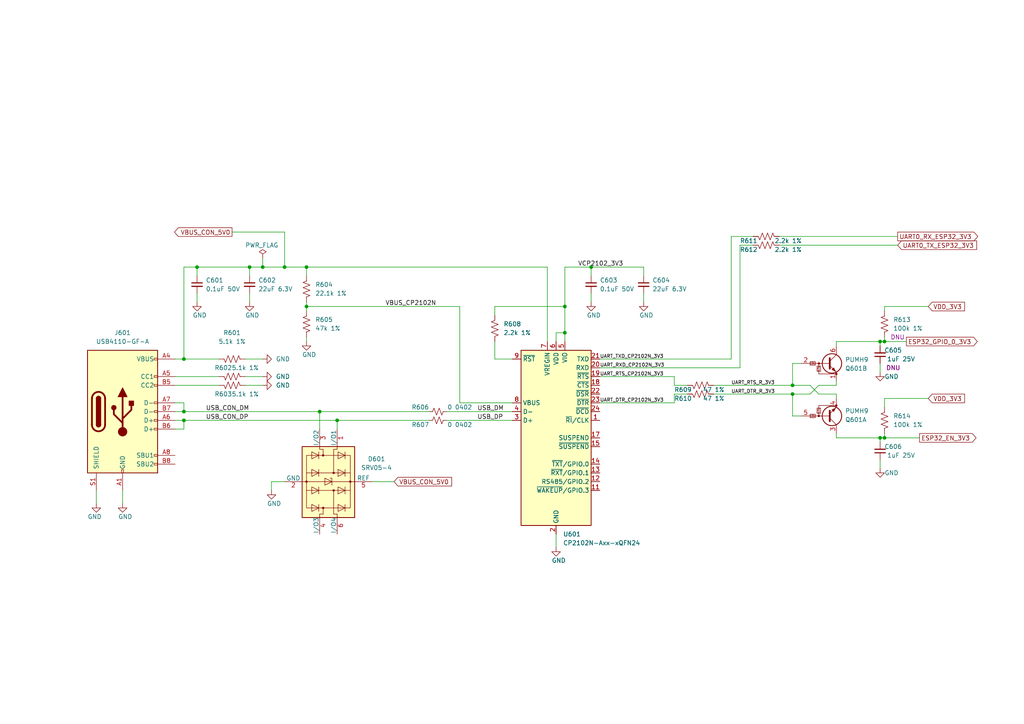
<source format=kicad_sch>
(kicad_sch (version 20211123) (generator eeschema)
  (paper "A4")
  (lib_symbols
    (symbol "Device:C_Small" (pin_numbers hide) (pin_names (offset 0.254) hide)
      (property "Reference" "C" (at 0.254 1.778 0))
      (property "Value" "C_Small" (at 0.254 -2.032 0))
      (symbol "C_Small_0_1"
        (polyline (pts (xy -1.524 -0.508) (xy 1.524 -0.508)) (stroke (width 0.3302)))
        (polyline (pts (xy -1.524 0.508) (xy 1.524 0.508)) (stroke (width 0.3048)))
      )
      (symbol "C_Small_1_1"
        (pin passive line (at 0 2.54 270) (length 2.032) (name "~") (number "1"))
        (pin passive line (at 0 -2.54 90) (length 2.032) (name "~") (number "2"))
      )
    )
    (symbol "Device:R_Small_US" (pin_numbers hide) (pin_names (offset 0.254) hide)
      (property "Reference" "R" (at 0.762 0.508 0))
      (property "Value" "R_Small_US" (at 0.762 -1.016 0))
      (symbol "R_Small_US_1_1"
        (polyline (pts (xy 0 0) (xy 1.016 -0.381) (xy 0 -0.762) (xy -1.016 -1.143) (xy 0 -1.524)))
        (polyline (pts (xy 0 1.524) (xy 1.016 1.143) (xy 0 0.762) (xy -1.016 0.381) (xy 0 0)))
        (pin passive line (at 0 2.54 270) (length 1.016) (name "~") (number "1"))
        (pin passive line (at 0 -2.54 90) (length 1.016) (name "~") (number "2"))
      )
    )
    (symbol "Device:R_US" (pin_numbers hide) (pin_names (offset 0))
      (property "Reference" "R" (at 2.54 0 90))
      (property "Value" "R_US" (at -2.54 0 90))
      (symbol "R_US_0_1"
        (polyline (pts (xy 0 -2.286) (xy 0 -2.54)))
        (polyline (pts (xy 0 2.286) (xy 0 2.54)))
        (polyline (pts (xy 0 -0.762) (xy 1.016 -1.143) (xy 0 -1.524) (xy -1.016 -1.905) (xy 0 -2.286)))
        (polyline (pts (xy 0 0.762) (xy 1.016 0.381) (xy 0 0) (xy -1.016 -0.381) (xy 0 -0.762)))
        (polyline (pts (xy 0 2.286) (xy 1.016 1.905) (xy 0 1.524) (xy -1.016 1.143) (xy 0 0.762)))
      )
      (symbol "R_US_1_1"
        (pin passive line (at 0 3.81 270) (length 1.27) (name "~") (number "1"))
        (pin passive line (at 0 -3.81 90) (length 1.27) (name "~") (number "2"))
      )
    )
    (symbol "Interface_USB:CP2102N-Axx-xQFN24"
      (property "Reference" "U" (at -8.89 26.67 0))
      (property "Value" "CP2102N-Axx-xQFN24" (at 13.97 26.67 0))
      (symbol "CP2102N-Axx-xQFN24_0_1"
        (rectangle (start -10.16 25.4) (end 10.16 -25.4) (stroke (width 0.254)) (fill (type background)))
      )
      (symbol "CP2102N-Axx-xQFN24_1_1"
        (pin bidirectional line (at 12.7 5.08 180) (length 2.54) (name "~{RI}/CLK") (number "1"))
        (pin no_connect line (at -10.16 -22.86 0) (length 2.54) hide (name "NC") (number "10"))
        (pin bidirectional line (at 12.7 -15.24 180) (length 2.54) (name "~{WAKEUP}/GPIO.3") (number "11"))
        (pin bidirectional line (at 12.7 -12.7 180) (length 2.54) (name "RS485/GPIO.2") (number "12"))
        (pin bidirectional line (at 12.7 -10.16 180) (length 2.54) (name "~{RXT}/GPIO.1") (number "13"))
        (pin bidirectional line (at 12.7 -7.62 180) (length 2.54) (name "~{TXT}/GPIO.0") (number "14"))
        (pin output line (at 12.7 -2.54 180) (length 2.54) (name "~{SUSPEND}") (number "15"))
        (pin no_connect line (at 10.16 -22.86 180) (length 2.54) hide (name "NC") (number "16"))
        (pin output line (at 12.7 0 180) (length 2.54) (name "SUSPEND") (number "17"))
        (pin input line (at 12.7 15.24 180) (length 2.54) (name "~{CTS}") (number "18"))
        (pin output line (at 12.7 17.78 180) (length 2.54) (name "~{RTS}") (number "19"))
        (pin power_in line (at 0 -27.94 90) (length 2.54) (name "GND") (number "2"))
        (pin input line (at 12.7 20.32 180) (length 2.54) (name "RXD") (number "20"))
        (pin output line (at 12.7 22.86 180) (length 2.54) (name "TXD") (number "21"))
        (pin input line (at 12.7 12.7 180) (length 2.54) (name "~{DSR}") (number "22"))
        (pin output line (at 12.7 10.16 180) (length 2.54) (name "~{DTR}") (number "23"))
        (pin input line (at 12.7 7.62 180) (length 2.54) (name "~{DCD}") (number "24"))
        (pin passive line (at 0 -27.94 90) (length 2.54) hide (name "GND") (number "25"))
        (pin bidirectional line (at -12.7 5.08 0) (length 2.54) (name "D+") (number "3"))
        (pin bidirectional line (at -12.7 7.62 0) (length 2.54) (name "D-") (number "4"))
        (pin power_in line (at 2.54 27.94 270) (length 2.54) (name "VIO") (number "5"))
        (pin power_in line (at 0 27.94 270) (length 2.54) (name "VDD") (number "6"))
        (pin power_in line (at -2.54 27.94 270) (length 2.54) (name "VREGIN") (number "7"))
        (pin input line (at -12.7 10.16 0) (length 2.54) (name "VBUS") (number "8"))
        (pin input line (at -12.7 22.86 0) (length 2.54) (name "~{RST}") (number "9"))
      )
    )
    (symbol "RK_Connector_USB:USB4110-GF-A" (pin_names (offset 1.016))
      (property "Reference" "J" (at -10.16 19.05 0))
      (property "Value" "USB4110-GF-A" (at 19.05 19.05 0))
      (symbol "USB4110-GF-A_0_0"
        (rectangle (start -0.254 -17.78) (end 0.254 -16.764))
        (rectangle (start 10.16 -14.986) (end 9.144 -15.494))
        (rectangle (start 10.16 -12.446) (end 9.144 -12.954))
        (rectangle (start 10.16 -4.826) (end 9.144 -5.334))
        (rectangle (start 10.16 -2.286) (end 9.144 -2.794))
        (rectangle (start 10.16 0.254) (end 9.144 -0.254))
        (rectangle (start 10.16 2.794) (end 9.144 2.286))
        (rectangle (start 10.16 7.874) (end 9.144 7.366))
        (rectangle (start 10.16 10.414) (end 9.144 9.906))
        (rectangle (start 10.16 15.494) (end 9.144 14.986))
      )
      (symbol "USB4110-GF-A_0_1"
        (rectangle (start -10.16 17.78) (end 10.16 -17.78) (stroke (width 0.254)) (fill (type background)))
        (arc (start -8.89 -3.81) (mid -6.985 -5.715) (end -5.08 -3.81) (stroke (width 0.508)))
        (arc (start -7.62 -3.81) (mid -6.985 -4.445) (end -6.35 -3.81) (stroke (width 0.254)))
        (arc (start -7.62 -3.81) (mid -6.985 -4.445) (end -6.35 -3.81) (stroke (width 0.254)) (fill (type outline)))
        (rectangle (start -7.62 -3.81) (end -6.35 3.81) (stroke (width 0.254)) (fill (type outline)))
        (arc (start -6.35 3.81) (mid -6.985 4.445) (end -7.62 3.81) (stroke (width 0.254)))
        (arc (start -6.35 3.81) (mid -6.985 4.445) (end -7.62 3.81) (stroke (width 0.254)) (fill (type outline)))
        (arc (start -5.08 3.81) (mid -6.985 5.715) (end -8.89 3.81) (stroke (width 0.508)))
        (circle (center -2.54 1.143) (radius 0.635) (stroke (width 0.254)) (fill (type outline)))
        (circle (center 0 -5.842) (radius 1.27) (fill (type outline)))
        (polyline (pts (xy -8.89 -3.81) (xy -8.89 3.81)) (stroke (width 0.508)))
        (polyline (pts (xy -5.08 3.81) (xy -5.08 -3.81)) (stroke (width 0.508)))
        (polyline (pts (xy 0 -5.842) (xy 0 4.318)) (stroke (width 0.508)))
        (polyline (pts (xy 0 -3.302) (xy -2.54 -0.762) (xy -2.54 0.508)) (stroke (width 0.508)))
        (polyline (pts (xy 0 -2.032) (xy 2.54 0.508) (xy 2.54 1.778)) (stroke (width 0.508)))
        (polyline (pts (xy -1.27 4.318) (xy 0 6.858) (xy 1.27 4.318) (xy -1.27 4.318)) (stroke (width 0.254)) (fill (type outline)))
        (rectangle (start 1.905 1.778) (end 3.175 3.048) (stroke (width 0.254)) (fill (type outline)))
      )
      (symbol "USB4110-GF-A_1_1"
        (pin passive line (at 0 -22.86 90) (length 5.08) (name "GND") (number "A1"))
        (pin passive line (at 0 -22.86 90) (length 5.08) hide (name "GND") (number "A12"))
        (pin passive line (at 15.24 15.24 180) (length 5.08) (name "VBUS") (number "A4"))
        (pin bidirectional line (at 15.24 10.16 180) (length 5.08) (name "CC1") (number "A5"))
        (pin bidirectional line (at 15.24 -2.54 180) (length 5.08) (name "D+") (number "A6"))
        (pin bidirectional line (at 15.24 2.54 180) (length 5.08) (name "D-") (number "A7"))
        (pin bidirectional line (at 15.24 -12.7 180) (length 5.08) (name "SBU1") (number "A8"))
        (pin passive line (at 15.24 15.24 180) (length 5.08) hide (name "VBUS") (number "A9"))
        (pin passive line (at 0 -22.86 90) (length 5.08) hide (name "GND") (number "B1"))
        (pin passive line (at 0 -22.86 90) (length 5.08) hide (name "GND") (number "B12"))
        (pin passive line (at 15.24 15.24 180) (length 5.08) hide (name "VBUS") (number "B4"))
        (pin bidirectional line (at 15.24 7.62 180) (length 5.08) (name "CC2") (number "B5"))
        (pin bidirectional line (at 15.24 -5.08 180) (length 5.08) (name "D+") (number "B6"))
        (pin bidirectional line (at 15.24 0 180) (length 5.08) (name "D-") (number "B7"))
        (pin bidirectional line (at 15.24 -15.24 180) (length 5.08) (name "SBU2") (number "B8"))
        (pin passive line (at 15.24 15.24 180) (length 5.08) hide (name "VBUS") (number "B9"))
        (pin passive line (at -7.62 -22.86 90) (length 5.08) (name "SHIELD") (number "S1"))
      )
    )
    (symbol "RK_Power_Protection:SRV05-4" (pin_names (offset 0))
      (property "Reference" "D" (at 2.794 8.636 0))
      (property "Value" "SRV05-4" (at 8.128 -9.398 0))
      (symbol "SRV05-4_0_1"
        (rectangle (start -10.16 7.62) (end 10.414 -7.62) (stroke (width 0.254)) (fill (type background)))
        (circle (center -7.62 -1.524) (radius 0.254) (fill (type outline)))
        (circle (center -2.54 1.524) (radius 0.254) (fill (type outline)))
        (rectangle (start -2.54 6.35) (end 2.54 -6.35))
        (circle (center 0 -6.35) (radius 0.254) (fill (type outline)))
        (polyline (pts (xy -9.398 -2.54) (xy -10.16 -2.54)))
        (polyline (pts (xy -9.398 -2.54) (xy -9.398 -1.524)))
        (polyline (pts (xy -9.398 1.524) (xy -9.398 2.54)))
        (polyline (pts (xy -9.398 2.54) (xy -10.16 2.54)))
        (polyline (pts (xy -7.62 -1.524) (xy -9.398 -1.524)))
        (polyline (pts (xy -6.604 -2.794) (xy -8.636 -2.794)))
        (polyline (pts (xy -6.604 4.826) (xy -8.636 4.826)))
        (polyline (pts (xy -2.54 1.524) (xy -9.398 1.524)))
        (polyline (pts (xy -1.524 -2.794) (xy -3.556 -2.794)))
        (polyline (pts (xy -1.524 4.826) (xy -3.556 4.826)))
        (polyline (pts (xy 0 -7.62) (xy 0 7.62)))
        (polyline (pts (xy 1.524 -2.794) (xy 3.556 -2.794)))
        (polyline (pts (xy 1.524 4.826) (xy 3.556 4.826)))
        (polyline (pts (xy 2.54 1.524) (xy 9.398 1.524)))
        (polyline (pts (xy 7.62 -1.524) (xy 9.398 -1.524)))
        (polyline (pts (xy 8.636 -2.794) (xy 6.604 -2.794)))
        (polyline (pts (xy 8.636 4.826) (xy 6.604 4.826)))
        (polyline (pts (xy 9.398 -2.54) (xy 9.398 -1.524)))
        (polyline (pts (xy 9.398 1.524) (xy 9.398 2.54)))
        (polyline (pts (xy 9.398 2.54) (xy 10.16 2.54)))
        (polyline (pts (xy 10.16 -2.54) (xy 9.398 -2.54)))
        (polyline (pts (xy 1.016 1.016) (xy -1.016 1.016) (xy -1.016 0.508)))
        (polyline (pts (xy -8.636 -4.826) (xy -6.604 -4.826) (xy -7.62 -2.794) (xy -8.636 -4.826)))
        (polyline (pts (xy -8.636 2.794) (xy -6.604 2.794) (xy -7.62 4.826) (xy -8.636 2.794)))
        (polyline (pts (xy -3.556 -4.826) (xy -1.524 -4.826) (xy -2.54 -2.794) (xy -3.556 -4.826)))
        (polyline (pts (xy -3.556 2.794) (xy -1.524 2.794) (xy -2.54 4.826) (xy -3.556 2.794)))
        (polyline (pts (xy -2.54 6.35) (xy -7.62 6.35) (xy -7.62 -6.35) (xy -2.54 -6.35)))
        (polyline (pts (xy -1.016 -1.016) (xy 1.016 -1.016) (xy 0 1.016) (xy -1.016 -1.016)))
        (polyline (pts (xy 2.54 6.35) (xy 7.62 6.35) (xy 7.62 -6.35) (xy 2.54 -6.35)))
        (polyline (pts (xy 3.556 -4.826) (xy 1.524 -4.826) (xy 2.54 -2.794) (xy 3.556 -4.826)))
        (polyline (pts (xy 3.556 2.794) (xy 1.524 2.794) (xy 2.54 4.826) (xy 3.556 2.794)))
        (polyline (pts (xy 6.604 -4.826) (xy 8.636 -4.826) (xy 7.62 -2.794) (xy 6.604 -4.826)))
        (polyline (pts (xy 6.604 2.794) (xy 8.636 2.794) (xy 7.62 4.826) (xy 6.604 2.794)))
        (circle (center 0 6.35) (radius 0.254) (fill (type outline)))
        (circle (center 2.54 1.524) (radius 0.254) (fill (type outline)))
        (circle (center 7.62 -1.524) (radius 0.254) (fill (type outline)))
      )
      (symbol "SRV05-4_1_1"
        (pin passive line (at -15.24 2.54 0) (length 5.08) (name "I/O1") (number "1"))
        (pin passive line (at 0 -12.7 90) (length 5.08) (name "GND") (number "2"))
        (pin passive line (at -15.24 -2.54 0) (length 5.08) (name "I/O2") (number "3"))
        (pin passive line (at 15.24 -2.54 180) (length 5.08) (name "I/O3") (number "4"))
        (pin passive line (at 0 12.7 270) (length 5.08) (name "REF") (number "5"))
        (pin passive line (at 15.24 2.54 180) (length 5.08) (name "I/O4") (number "6"))
      )
    )
    (symbol "RK_Transistor_BJT:PUMH9" (pin_names hide)
      (property "Reference" "Q" (at 3.81 1.27 0))
      (property "Value" "PUMH9" (at 3.81 -1.27 0))
      (symbol "PUMH9_0_0"
        (text "10k" (at -5.588 0 0) (effects (font (size 0.5 0.5))))
        (text "47k" (at -3.81 -1.524 900) (effects (font (size 0.5 0.5))))
      )
      (symbol "PUMH9_0_1"
        (rectangle (start -6.35 0.508) (end -4.826 -0.508))
        (rectangle (start -4.318 -2.286) (end -3.302 -0.762))
        (circle (center -3.81 0) (radius 0.254) (fill (type outline)))
        (polyline (pts (xy -3.81 -0.762) (xy -3.81 0)))
        (polyline (pts (xy -0.762 0) (xy -4.826 0)))
        (polyline (pts (xy -0.635 1.524) (xy -0.635 -1.524)) (stroke (width 0.508)))
        (polyline (pts (xy -3.81 -2.286) (xy -3.81 -3.048) (xy 1.27 -3.048)))
        (circle (center 1.27 -3.048) (radius 0.254) (fill (type outline)))
      )
      (symbol "PUMH9_1_1"
        (polyline (pts (xy -0.635 0.635) (xy 1.27 2.54)))
        (polyline (pts (xy -0.635 -0.635) (xy 1.27 -2.54) (xy 1.27 -2.54)))
        (polyline (pts (xy 0 -1.778) (xy 0.508 -1.27) (xy 1.016 -2.286) (xy 0 -1.778) (xy 0 -1.778)) (fill (type outline)))
        (circle (center 0 0) (radius 2.8194) (stroke (width 0.254)))
        (pin passive line (at 1.27 5.08 270) (length 2.54) (name "C1") (number "3"))
        (pin passive line (at 1.27 -5.08 90) (length 2.54) (name "E1") (number "4"))
        (pin input line (at -8.89 0 0) (length 2.54) (name "B1") (number "5"))
      )
      (symbol "PUMH9_2_1"
        (polyline (pts (xy -0.635 0.635) (xy 1.27 2.54)))
        (polyline (pts (xy -0.635 -0.635) (xy 1.27 -2.54) (xy 1.27 -2.54)))
        (polyline (pts (xy 0 -1.778) (xy 0.508 -1.27) (xy 1.016 -2.286) (xy 0 -1.778) (xy 0 -1.778)) (fill (type outline)))
        (circle (center 0 0) (radius 2.8194) (stroke (width 0.254)))
        (pin passive line (at 1.27 -5.08 90) (length 2.54) (name "E2") (number "1"))
        (pin input line (at -8.89 0 0) (length 2.54) (name "B2") (number "2"))
        (pin passive line (at 1.27 5.08 270) (length 2.54) (name "C2") (number "6"))
      )
    )
    (symbol "power:GND" (power) (pin_names (offset 0))
      (property "Value" "GND" (at 0 -3.81 0))
      (symbol "GND_0_1"
        (polyline (pts (xy 0 0) (xy 0 -1.27) (xy 1.27 -1.27) (xy 0 -2.54) (xy -1.27 -1.27) (xy 0 -1.27)))
      )
      (symbol "GND_1_1"
        (pin power_in line (at 0 0 270) (length 0) hide (name "GND") (number "1"))
      )
    )
    (symbol "power:PWR_FLAG" (power) (pin_numbers hide) (pin_names (offset 0) hide)
      (property "Value" "PWR_FLAG" (at 0 3.81 0))
      (symbol "PWR_FLAG_0_0"
        (pin power_out line (at 0 0 90) (length 0) (name "pwr") (number "1"))
      )
      (symbol "PWR_FLAG_0_1"
        (polyline (pts (xy 0 0) (xy 0 1.27) (xy -1.016 1.905) (xy 0 2.54) (xy 1.016 1.905) (xy 0 1.27)))
      )
    )
  )
  (junction (at 88.9 88.9))
  (junction (at 82.55 77.47))
  (junction (at 72.39 77.47))
  (junction (at 97.79 121.92))
  (junction (at 163.83 96.52))
  (junction (at 163.83 88.9))
  (junction (at 255.27 127))
  (junction (at 76.2 77.47))
  (junction (at 53.34 104.14))
  (junction (at 229.87 114.3))
  (junction (at 92.71 119.38))
  (junction (at 53.34 119.38))
  (junction (at 57.15 77.47))
  (junction (at 256.54 99.06))
  (junction (at 255.27 99.06))
  (junction (at 53.34 121.92))
  (junction (at 171.45 77.47))
  (junction (at 229.87 111.76))
  (junction (at 88.9 77.47))
  (junction (at 256.54 127))
  (wire (pts (xy 171.45 77.47) (xy 171.45 80.01)))
  (wire (pts (xy 67.31 67.31) (xy 82.55 67.31)))
  (wire (pts (xy 71.12 109.22) (xy 76.2 109.22)))
  (wire (pts (xy 72.39 85.09) (xy 72.39 87.63)))
  (wire (pts (xy 50.8 121.92) (xy 53.34 121.92)))
  (wire (pts (xy 256.54 115.57) (xy 256.54 118.11)))
  (wire (pts (xy 256.54 97.79) (xy 256.54 99.06)))
  (wire (pts (xy 143.51 104.14) (xy 148.59 104.14)))
  (wire (pts (xy 256.54 125.73) (xy 256.54 127)))
  (wire (pts (xy 50.8 109.22) (xy 63.5 109.22)))
  (wire (pts (xy 255.27 99.06) (xy 256.54 99.06)))
  (wire (pts (xy 195.58 111.76) (xy 199.39 111.76)))
  (wire (pts (xy 148.59 116.84) (xy 133.35 116.84)))
  (wire (pts (xy 53.34 121.92) (xy 53.34 124.46)))
  (wire (pts (xy 195.58 109.22) (xy 195.58 111.76)))
  (wire (pts (xy 234.95 111.76) (xy 237.49 114.3)))
  (wire (pts (xy 53.34 77.47) (xy 57.15 77.47)))
  (wire (pts (xy 269.24 88.9) (xy 256.54 88.9)))
  (wire (pts (xy 53.34 77.47) (xy 53.34 104.14)))
  (wire (pts (xy 53.34 119.38) (xy 50.8 119.38)))
  (wire (pts (xy 255.27 133.35) (xy 255.27 135.89)))
  (wire (pts (xy 269.24 115.57) (xy 256.54 115.57)))
  (wire (pts (xy 255.27 127) (xy 256.54 127)))
  (wire (pts (xy 53.34 121.92) (xy 97.79 121.92)))
  (wire (pts (xy 256.54 99.06) (xy 262.89 99.06)))
  (wire (pts (xy 163.83 99.06) (xy 163.83 96.52)))
  (wire (pts (xy 133.35 88.9) (xy 88.9 88.9)))
  (wire (pts (xy 229.87 105.41) (xy 232.41 105.41)))
  (wire (pts (xy 158.75 77.47) (xy 158.75 99.06)))
  (wire (pts (xy 256.54 127) (xy 266.7 127)))
  (wire (pts (xy 27.94 142.24) (xy 27.94 146.05)))
  (wire (pts (xy 186.69 85.09) (xy 186.69 87.63)))
  (wire (pts (xy 53.34 124.46) (xy 50.8 124.46)))
  (wire (pts (xy 242.57 127) (xy 255.27 127)))
  (wire (pts (xy 88.9 88.9) (xy 88.9 90.17)))
  (wire (pts (xy 50.8 116.84) (xy 53.34 116.84)))
  (wire (pts (xy 229.87 111.76) (xy 234.95 111.76)))
  (wire (pts (xy 163.83 77.47) (xy 163.83 88.9)))
  (wire (pts (xy 256.54 88.9) (xy 256.54 90.17)))
  (wire (pts (xy 92.71 119.38) (xy 124.46 119.38)))
  (wire (pts (xy 226.06 71.12) (xy 260.35 71.12)))
  (wire (pts (xy 50.8 111.76) (xy 63.5 111.76)))
  (wire (pts (xy 161.29 99.06) (xy 161.29 96.52)))
  (wire (pts (xy 186.69 77.47) (xy 171.45 77.47)))
  (wire (pts (xy 242.57 111.76) (xy 237.49 111.76)))
  (wire (pts (xy 82.55 67.31) (xy 82.55 77.47)))
  (wire (pts (xy 212.09 104.14) (xy 212.09 68.58)))
  (wire (pts (xy 57.15 77.47) (xy 72.39 77.47)))
  (wire (pts (xy 35.56 142.24) (xy 35.56 146.05)))
  (wire (pts (xy 229.87 111.76) (xy 229.87 105.41)))
  (wire (pts (xy 71.12 104.14) (xy 76.2 104.14)))
  (wire (pts (xy 76.2 77.47) (xy 82.55 77.47)))
  (wire (pts (xy 143.51 99.06) (xy 143.51 104.14)))
  (wire (pts (xy 97.79 121.92) (xy 124.46 121.92)))
  (wire (pts (xy 71.12 111.76) (xy 76.2 111.76)))
  (wire (pts (xy 214.63 71.12) (xy 218.44 71.12)))
  (wire (pts (xy 53.34 119.38) (xy 92.71 119.38)))
  (wire (pts (xy 158.75 77.47) (xy 88.9 77.47)))
  (wire (pts (xy 229.87 114.3) (xy 234.95 114.3)))
  (wire (pts (xy 242.57 114.3) (xy 242.57 115.57)))
  (wire (pts (xy 226.06 68.58) (xy 260.35 68.58)))
  (wire (pts (xy 214.63 106.68) (xy 214.63 71.12)))
  (wire (pts (xy 88.9 77.47) (xy 88.9 80.01)))
  (wire (pts (xy 229.87 120.65) (xy 232.41 120.65)))
  (wire (pts (xy 50.8 104.14) (xy 53.34 104.14)))
  (wire (pts (xy 207.01 111.76) (xy 229.87 111.76)))
  (wire (pts (xy 143.51 88.9) (xy 163.83 88.9)))
  (wire (pts (xy 53.34 104.14) (xy 63.5 104.14)))
  (wire (pts (xy 53.34 116.84) (xy 53.34 119.38)))
  (wire (pts (xy 72.39 77.47) (xy 72.39 80.01)))
  (wire (pts (xy 88.9 87.63) (xy 88.9 88.9)))
  (wire (pts (xy 72.39 77.47) (xy 76.2 77.47)))
  (wire (pts (xy 82.55 77.47) (xy 88.9 77.47)))
  (wire (pts (xy 57.15 85.09) (xy 57.15 87.63)))
  (wire (pts (xy 161.29 96.52) (xy 163.83 96.52)))
  (wire (pts (xy 82.55 139.7) (xy 78.74 139.7)))
  (wire (pts (xy 133.35 116.84) (xy 133.35 88.9)))
  (wire (pts (xy 229.87 114.3) (xy 229.87 120.65)))
  (wire (pts (xy 255.27 105.41) (xy 255.27 107.95)))
  (wire (pts (xy 234.95 114.3) (xy 237.49 111.76)))
  (wire (pts (xy 163.83 88.9) (xy 163.83 96.52)))
  (wire (pts (xy 173.99 109.22) (xy 195.58 109.22)))
  (wire (pts (xy 195.58 116.84) (xy 195.58 114.3)))
  (wire (pts (xy 255.27 99.06) (xy 255.27 100.33)))
  (wire (pts (xy 173.99 104.14) (xy 212.09 104.14)))
  (wire (pts (xy 255.27 127) (xy 255.27 128.27)))
  (wire (pts (xy 161.29 154.94) (xy 161.29 158.75)))
  (wire (pts (xy 92.71 119.38) (xy 92.71 124.46)))
  (wire (pts (xy 242.57 110.49) (xy 242.57 111.76)))
  (wire (pts (xy 242.57 99.06) (xy 255.27 99.06)))
  (wire (pts (xy 129.54 121.92) (xy 148.59 121.92)))
  (wire (pts (xy 76.2 74.93) (xy 76.2 77.47)))
  (wire (pts (xy 242.57 114.3) (xy 237.49 114.3)))
  (wire (pts (xy 107.95 139.7) (xy 114.3 139.7)))
  (wire (pts (xy 186.69 80.01) (xy 186.69 77.47)))
  (wire (pts (xy 88.9 97.79) (xy 88.9 99.06)))
  (wire (pts (xy 171.45 77.47) (xy 163.83 77.47)))
  (wire (pts (xy 171.45 85.09) (xy 171.45 87.63)))
  (wire (pts (xy 212.09 68.58) (xy 218.44 68.58)))
  (wire (pts (xy 129.54 119.38) (xy 148.59 119.38)))
  (wire (pts (xy 173.99 106.68) (xy 214.63 106.68)))
  (wire (pts (xy 173.99 116.84) (xy 195.58 116.84)))
  (wire (pts (xy 97.79 121.92) (xy 97.79 124.46)))
  (wire (pts (xy 207.01 114.3) (xy 229.87 114.3)))
  (wire (pts (xy 78.74 139.7) (xy 78.74 142.24)))
  (wire (pts (xy 242.57 100.33) (xy 242.57 99.06)))
  (wire (pts (xy 242.57 125.73) (xy 242.57 127)))
  (wire (pts (xy 57.15 77.47) (xy 57.15 80.01)))
  (wire (pts (xy 143.51 91.44) (xy 143.51 88.9)))
  (wire (pts (xy 195.58 114.3) (xy 199.39 114.3)))
  (label "UART_RTS_R_3V3" (at 212.09 111.76 0) (effects (font (size 1 1))))
  (label "USB_DP" (at 138.43 121.92 0))
  (label "VBUS_CP2102N" (at 111.76 88.9 0))
  (label "USB_CON_DM" (at 59.69 119.38 0))
  (label "UART_TXD_CP2102N_3V3" (at 173.99 104.14 0) (effects (font (size 1 1))))
  (label "UART_RXD_CP2102N_3V3" (at 173.99 106.68 0) (effects (font (size 1 1))))
  (label "USB_CON_DP" (at 59.69 121.92 0))
  (label "UART_DTR_CP2102N_3V3" (at 173.99 116.84 0) (effects (font (size 1 1))))
  (label "VCP2102_3V3" (at 167.64 77.47 0))
  (label "UART_DTR_R_3V3" (at 212.09 114.3 0) (effects (font (size 1 1))))
  (label "UART_RTS_CP2102N_3V3" (at 173.99 109.22 0) (effects (font (size 1 1))))
  (label "USB_DM" (at 138.43 119.38 0))
  (global_label "VBUS_CON_5V0" (shape output) (at 67.31 67.31 180) (property "Intersheet References" "${INTERSHEET_REFS}" (effects hide)))
  (global_label "ESP32_EN_3V3" (shape output) (at 266.7 127 0) (property "Intersheet References" "${INTERSHEET_REFS}" (effects hide)))
  (global_label "UART0_RX_ESP32_3V3" (shape output) (at 260.35 68.58 0) (property "Intersheet References" "${INTERSHEET_REFS}" (effects hide)))
  (global_label "VDD_3V3" (shape input) (at 269.24 88.9 0) (property "Intersheet References" "${INTERSHEET_REFS}" (effects hide)))
  (global_label "VBUS_CON_5V0" (shape input) (at 114.3 139.7 0) (property "Intersheet References" "${INTERSHEET_REFS}" (effects hide)))
  (global_label "ESP32_GPIO_0_3V3" (shape output) (at 262.89 99.06 0) (property "Intersheet References" "${INTERSHEET_REFS}" (effects hide)))
  (global_label "UART0_TX_ESP32_3V3" (shape input) (at 260.35 71.12 0) (property "Intersheet References" "${INTERSHEET_REFS}" (effects hide)))
  (global_label "VDD_3V3" (shape input) (at 269.24 115.57 0) (property "Intersheet References" "${INTERSHEET_REFS}" (effects hide)))
  (symbol (lib_id "Device:C_Small") (at 255.27 130.81 0) (mirror x) (unit 1) (in_bom no)
    (property "Reference" "C606" (at 261.62 129.54 0) (effects (justify right)))
    (property "Value" "1uF 25V" (at 265.43 132.08 0) (effects (justify right)))
    (property "Footprint" "Capacitor_SMD:C_0402_1005Metric" (effects hide))
    (property "Description" "MLCC 0402 X5R 1uF 25V" (effects hide))
    (property "JLC_Type" "Basic" (effects hide))
    (property "JLC_MPN" "CL05A105KA5NQNC" (effects hide))
    (property "JLC_Manufacturer" "Samsung Electro-Mechanics" (effects hide))
    (property "JLC_PN" "C52923" (effects hide))
    (property "JLC_Cost" "0.0031" (effects hide))
  )
  (symbol (lib_id "power:GND") (at 186.69 87.63 0) (unit 1)
    (property "Reference" "#PWR0612" (effects hide))
    (property "Value" "GND" (at 185.42 91.44 0) (effects (justify left)))
  )
  (symbol (lib_id "Device:R_US") (at 203.2 111.76 270) (mirror x) (unit 1)
    (property "Reference" "R609" (at 198.12 113.03 90))
    (property "Value" "47 1%" (at 207.01 113.03 90))
    (property "Footprint" "Resistor_SMD:R_0402_1005Metric" (effects hide))
    (property "Manufacturer_Name" "Kamaya" (effects hide))
    (property "Manufacturer_Part_Number" "RMC10K470FTH" (effects hide))
    (property "Mouser Part Number" "791-RMC10K470FTH" (effects hide))
    (property "Mouser Price/Stock" "0.015" (effects hide))
    (property "JLC_Type" "Basic" (effects hide))
    (property "Description" "Res 0402 47ohm 1%" (effects hide))
    (property "JLC_Manufacturer" "UNI-ROYAL(Uniroyal Elec)" (effects hide))
    (property "JLC_Cost" "0.0008" (effects hide))
    (property "JLC_MPN" "0402WGF470JTCE" (effects hide))
    (property "JLC_PN" "C25118" (effects hide))
  )
  (symbol (lib_id "Device:R_US") (at 222.25 68.58 270) (mirror x) (unit 1)
    (property "Reference" "R611" (at 217.17 69.85 90))
    (property "Value" "2.2k 1%" (at 228.6 69.85 90))
    (property "Footprint" "Resistor_SMD:R_0402_1005Metric" (effects hide))
    (property "Manufacturer_Name" "Kamaya" (effects hide))
    (property "Manufacturer_Part_Number" "RMC10K222FTH" (effects hide))
    (property "Mouser Part Number" "791-RMC10K222FTH" (effects hide))
    (property "Mouser Price/Stock" "0.015" (effects hide))
    (property "JLC_Type" "Basic" (effects hide))
    (property "Description" "Res 0402 2.2kohm 1%" (effects hide))
    (property "JLC_Manufacturer" "UNI-ROYAL(Uniroyal Elec)" (effects hide))
    (property "JLC_Cost" "0.0005" (effects hide))
    (property "JLC_MPN" "0402WGF2201TCE" (effects hide))
    (property "JLC_PN" "C25879" (effects hide))
  )
  (symbol (lib_id "power:GND") (at 171.45 87.63 0) (unit 1)
    (property "Reference" "#PWR0611" (effects hide))
    (property "Value" "GND" (at 170.18 91.44 0) (effects (justify left)))
  )
  (symbol (lib_id "Device:R_US") (at 143.51 95.25 0) (mirror y) (unit 1)
    (property "Reference" "R608" (at 146.05 93.9799 0) (effects (justify right)))
    (property "Value" "2.2k 1%" (at 146.05 96.5199 0) (effects (justify right)))
    (property "Footprint" "Resistor_SMD:R_0402_1005Metric" (effects hide))
    (property "Manufacturer_Name" "Kamaya" (effects hide))
    (property "Manufacturer_Part_Number" "RMC10K222FTH" (effects hide))
    (property "Mouser Part Number" "791-RMC10K222FTH" (effects hide))
    (property "Mouser Price/Stock" "0.015" (effects hide))
    (property "JLC_Type" "Basic" (effects hide))
    (property "Description" "Res 0402 2.2kohm 1%" (effects hide))
    (property "JLC_Manufacturer" "UNI-ROYAL(Uniroyal Elec)" (effects hide))
    (property "JLC_Cost" "0.0005" (effects hide))
    (property "JLC_MPN" "0402WGF2201TCE" (effects hide))
    (property "JLC_PN" "C25879" (effects hide))
  )
  (symbol (lib_id "Device:C_Small") (at 255.27 102.87 0) (mirror x) (unit 1) (in_bom no)
    (property "Reference" "C605" (at 261.62 101.6 0) (effects (justify right)))
    (property "Value" "1uF 25V" (at 265.43 104.14 0) (effects (justify right)))
    (property "Footprint" "Capacitor_SMD:C_0402_1005Metric" (effects hide))
    (property "Description" "MLCC 0402 X5R 1uF 25V" (effects hide))
    (property "JLC_Type" "Basic" (effects hide))
    (property "JLC_MPN" "CL05A105KA5NQNC" (effects hide))
    (property "JLC_Manufacturer" "Samsung Electro-Mechanics" (effects hide))
    (property "JLC_PN" "C52923" (effects hide))
    (property "DNU" "DNU" (at 259.08 106.68 0))
    (property "JLC_Cost" "0.0031" (effects hide))
  )
  (symbol (lib_id "Device:R_US") (at 88.9 93.98 0) (mirror y) (unit 1)
    (property "Reference" "R605" (at 91.44 92.7099 0) (effects (justify right)))
    (property "Value" "47k 1%" (at 91.44 95.2499 0) (effects (justify right)))
    (property "Footprint" "Resistor_SMD:R_0402_1005Metric" (effects hide))
    (property "Manufacturer_Name" "Kamaya" (effects hide))
    (property "Manufacturer_Part_Number" "RMC10K473FTH" (effects hide))
    (property "Mouser Part Number" "791-RMC10K473FTH" (effects hide))
    (property "Mouser Price/Stock" "0.015" (effects hide))
    (property "JLC_Type" "Basic" (effects hide))
    (property "Description" "Res 0402 47kohm 1%" (effects hide))
    (property "JLC_Manufacturer" "UNI-ROYAL(Uniroyal Elec)" (effects hide))
    (property "JLC_Cost" "0.0007" (effects hide))
    (property "JLC_MPN" "0402WGF4702TCE" (effects hide))
    (property "JLC_PN" "C25792" (effects hide))
  )
  (symbol (lib_id "power:GND") (at 72.39 87.63 0) (unit 1)
    (property "Reference" "#PWR0604" (effects hide))
    (property "Value" "GND" (at 71.12 91.44 0) (effects (justify left)))
  )
  (symbol (lib_id "RK_Transistor_BJT:PUMH9") (at 241.3 105.41 0) (unit 2)
    (property "Reference" "Q601" (at 245.11 106.8579 0) (effects (justify left)))
    (property "Value" "PUMH9" (at 245.11 104.3179 0) (effects (justify left)))
    (property "Footprint" "Package_TO_SOT_SMD:SOT-363_SC-70-6" (effects hide))
    (property "Datasheet" "https://assets.nexperia.com/documents/data-sheet/PUMH9.pdf" (effects hide))
    (property "Manufacturer_Name" "Nexperia" (effects hide))
    (property "Manufacturer_Part_Number" "PUMH9,115" (effects hide))
    (property "Mouser Part Number" "771-PUMH9-T/R" (effects hide))
    (property "Mouser Price/Stock" "0.221" (effects hide))
    (property "JLC_Type" "Extended" (effects hide))
    (property "Description" "BJT Pre-Biased Dual NPN 10k/47k SC-70-6" (effects hide))
    (property "JLC_MPN" "PUMH9,115" (effects hide))
    (property "JLC_Manufacturer" "Nexperia" (effects hide))
    (property "JLC_PN" "C426876" (effects hide))
    (property "JLC_Cost" "0.0468" (effects hide))
  )
  (symbol (lib_id "power:PWR_FLAG") (at 76.2 74.93 0) (unit 1)
    (property "Reference" "#FLG0601" (effects hide))
    (property "Value" "PWR_FLAG" (at 71.12 71.12 0) (effects (justify left)))
  )
  (symbol (lib_id "RK_Connector_USB:USB4110-GF-A") (at 35.56 119.38 0) (unit 1)
    (property "Reference" "J601" (at 35.56 96.52 0))
    (property "Value" "USB4110-GF-A" (at 35.56 99.06 0))
    (property "Footprint" "RK_Connector_USB:USB4110-GF-A" (effects hide))
    (property "Datasheet" "https://gct.co/files/drawings/usb4110.pdf?v=aefee34d-1c56-44aa-8ab4-30dc614fe2bb" (effects hide))
    (property "JLC_Cost" "0.1104" (effects hide))
    (property "JLC_MPN" "KH-TYPE-C-W.SMT-16P" (effects hide))
    (property "JLC_Manufacturer" "Shenzhen Kinghelm Elec" (effects hide))
    (property "JLC_PN" "C2688791" (effects hide))
    (property "JLC_Type" "Extended" (effects hide))
    (property "Description" "Connector SMD USB Type C" (effects hide))
  )
  (symbol (lib_id "power:GND") (at 88.9 99.06 0) (unit 1)
    (property "Reference" "#PWR0609" (effects hide))
    (property "Value" "GND" (at 87.63 102.87 0) (effects (justify left)))
  )
  (symbol (lib_id "Device:R_US") (at 88.9 83.82 0) (mirror y) (unit 1)
    (property "Reference" "R604" (at 91.44 82.5499 0) (effects (justify right)))
    (property "Value" "22.1k 1%" (at 91.44 85.0899 0) (effects (justify right)))
    (property "Footprint" "Resistor_SMD:R_0402_1005Metric" (effects hide))
    (property "Manufacturer_Name" "YAGEO" (effects hide))
    (property "Manufacturer_Part_Number" "RC0402FR-0722K1L" (effects hide))
    (property "Mouser Part Number" "603-RC0402FR-0722K1L" (effects hide))
    (property "Mouser Price/Stock" "0.012" (effects hide))
    (property "JLC_Type" "Extended" (effects hide))
    (property "Description" "Res 0402 22.1kohm 1%" (effects hide))
    (property "JLC_Manufacturer" "UNI-ROYAL(Uniroyal Elec)" (effects hide))
    (property "JLC_Cost" "0.0006" (effects hide))
    (property "JLC_MPN" "0402WGF2212TCE" (effects hide))
    (property "JLC_PN" "C43473" (effects hide))
  )
  (symbol (lib_id "Interface_USB:CP2102N-Axx-xQFN24") (at 161.29 127 0) (unit 1)
    (property "Reference" "U601" (at 163.3094 154.94 0) (effects (justify left)))
    (property "Value" "CP2102N-Axx-xQFN24" (at 163.3094 157.48 0) (effects (justify left)))
    (property "Footprint" "Package_DFN_QFN:QFN-24-1EP_4x4mm_P0.5mm_EP2.6x2.6mm" (effects hide))
    (property "Datasheet" "https://www.silabs.com/documents/public/data-sheets/cp2102n-datasheet.pdf" (effects hide))
    (property "Manufacturer_Name" "SILICON LABS" (effects hide))
    (property "Manufacturer_Part_Number" "CP2102N-A02-GQFN24" (effects hide))
    (property "Mouser Part Number" "634-CP2102NA02GQFN24" (effects hide))
    (property "Mouser Price/Stock" "2.16" (effects hide))
    (property "JLC_Type" "Extended" (effects hide))
    (property "Description" "IC USB-to-UART Bridge CP2102N-A02-GQFN24" (effects hide))
    (property "JLC_MPN" "CP2102N-A02-GQFN24R" (effects hide))
    (property "JLC_Manufacturer" "SILICON LABS" (effects hide))
    (property "JLC_PN" "C969151" (effects hide))
    (property "JLC_Cost" "3.80" (effects hide))
  )
  (symbol (lib_id "Device:R_US") (at 222.25 71.12 270) (mirror x) (unit 1)
    (property "Reference" "R612" (at 217.17 72.39 90))
    (property "Value" "2.2k 1%" (at 228.6 72.39 90))
    (property "Footprint" "Resistor_SMD:R_0402_1005Metric" (effects hide))
    (property "Manufacturer_Name" "Kamaya" (effects hide))
    (property "Manufacturer_Part_Number" "RMC10K222FTH" (effects hide))
    (property "Mouser Part Number" "791-RMC10K222FTH" (effects hide))
    (property "Mouser Price/Stock" "0.015" (effects hide))
    (property "JLC_Type" "Basic" (effects hide))
    (property "Description" "Res 0402 2.2kohm 1%" (effects hide))
    (property "JLC_Manufacturer" "UNI-ROYAL(Uniroyal Elec)" (effects hide))
    (property "JLC_Cost" "0.0005" (effects hide))
    (property "JLC_MPN" "0402WGF2201TCE" (effects hide))
    (property "JLC_PN" "C25879" (effects hide))
  )
  (symbol (lib_id "power:GND") (at 27.94 146.05 0) (unit 1)
    (property "Reference" "#PWR0601" (effects hide))
    (property "Value" "GND" (at 25.4 149.86 0) (effects (justify left)))
  )
  (symbol (lib_id "Device:C_Small") (at 186.69 82.55 0) (unit 1)
    (property "Reference" "C604" (at 189.23 81.2862 0) (effects (justify left)))
    (property "Value" "22uF 6.3V" (at 189.23 83.8262 0) (effects (justify left)))
    (property "Footprint" "Capacitor_SMD:C_0603_1608Metric" (effects hide))
    (property "JLC_Cost" "0.0044" (effects hide))
    (property "JLC_MPN" "CL10A226MQ8NRNC" (effects hide))
    (property "JLC_Manufacturer" "Samsung Electro-Mechanics" (effects hide))
    (property "JLC_PN" "C59461" (effects hide))
    (property "JLC_Type" "Basic" (effects hide))
    (property "Description" "MLCC 0603 X5R 22uF 6.3V" (effects hide))
  )
  (symbol (lib_id "Device:C_Small") (at 72.39 82.55 0) (unit 1)
    (property "Reference" "C602" (at 74.93 81.2862 0) (effects (justify left)))
    (property "Value" "22uF 6.3V" (at 74.93 83.8262 0) (effects (justify left)))
    (property "Footprint" "Capacitor_SMD:C_0603_1608Metric" (effects hide))
    (property "JLC_Cost" "0.0044" (effects hide))
    (property "JLC_MPN" "CL10A226MQ8NRNC" (effects hide))
    (property "JLC_Manufacturer" "Samsung Electro-Mechanics" (effects hide))
    (property "JLC_PN" "C59461" (effects hide))
    (property "JLC_Type" "Basic" (effects hide))
    (property "Description" "MLCC 0603 X5R 22uF 6.3V" (effects hide))
  )
  (symbol (lib_id "RK_Power_Protection:SRV05-4") (at 95.25 139.7 270) (unit 1)
    (property "Reference" "D601" (at 109.22 133.1212 90))
    (property "Value" "SRV05-4" (at 109.22 135.6612 90))
    (property "Footprint" "Package_TO_SOT_SMD:SOT-23-6" (effects hide))
    (property "Datasheet" "http://www.protekdevices.com/xyz/documents/datasheets/srv05_4.pdf" (effects hide))
    (property "JLC_Cost" "0.1181" (effects hide))
    (property "JLC_MPN" "SRV05-4-P-T7" (effects hide))
    (property "JLC_Manufacturer" "ProTek Devices" (effects hide))
    (property "JLC_PN" "C85364" (effects hide))
    (property "JLC_Type" "Basic" (effects hide))
    (property "Description" "TVS SOT-23-6 SRV05-4" (effects hide))
  )
  (symbol (lib_id "power:GND") (at 35.56 146.05 0) (unit 1)
    (property "Reference" "#PWR0602" (effects hide))
    (property "Value" "GND" (at 34.29 149.86 0) (effects (justify left)))
  )
  (symbol (lib_id "Device:R_US") (at 67.31 109.22 270) (mirror x) (unit 1)
    (property "Reference" "R602" (at 64.77 106.68 90))
    (property "Value" "5.1k 1%" (at 71.12 106.68 90))
    (property "Footprint" "Resistor_SMD:R_0402_1005Metric" (effects hide))
    (property "Manufacturer_Name" "Kamaya" (effects hide))
    (property "Manufacturer_Part_Number" "RMC10K512FTH" (effects hide))
    (property "Mouser Part Number" "791-RMC10K512FTH" (effects hide))
    (property "Mouser Price/Stock" "0.015" (effects hide))
    (property "JLC_Type" "Basic" (effects hide))
    (property "Description" "Res 0402 5.1kohm 1%" (effects hide))
    (property "JLC_Manufacturer" "UNI-ROYAL(Uniroyal Elec)" (effects hide))
    (property "JLC_Cost" "0.0005" (effects hide))
    (property "JLC_MPN" "0402WGF5101TCE" (effects hide))
    (property "JLC_PN" "C25905" (effects hide))
  )
  (symbol (lib_id "Device:C_Small") (at 57.15 82.55 0) (unit 1)
    (property "Reference" "C601" (at 59.69 81.2862 0) (effects (justify left)))
    (property "Value" "0.1uF 50V" (at 59.69 83.8262 0) (effects (justify left)))
    (property "Footprint" "Capacitor_SMD:C_0402_1005Metric" (effects hide))
    (property "JLC_Cost" "0.0061" (effects hide))
    (property "JLC_MPN" "CL05B104KB54PNC" (effects hide))
    (property "JLC_Manufacturer" "Samsung Electro-Mechanics" (effects hide))
    (property "JLC_PN" "C307331" (effects hide))
    (property "JLC_Type" "Basic" (effects hide))
    (property "Description" "MLCC 0402 X7R 100nF 50V" (effects hide))
  )
  (symbol (lib_id "Device:C_Small") (at 171.45 82.55 0) (unit 1)
    (property "Reference" "C603" (at 173.99 81.2862 0) (effects (justify left)))
    (property "Value" "0.1uF 50V" (at 173.99 83.8262 0) (effects (justify left)))
    (property "Footprint" "Capacitor_SMD:C_0402_1005Metric" (effects hide))
    (property "JLC_Cost" "0.0061" (effects hide))
    (property "JLC_MPN" "CL05B104KB54PNC" (effects hide))
    (property "JLC_Manufacturer" "Samsung Electro-Mechanics" (effects hide))
    (property "JLC_PN" "C307331" (effects hide))
    (property "JLC_Type" "Basic" (effects hide))
    (property "Description" "MLCC 0402 X7R 100nF 50V" (effects hide))
  )
  (symbol (lib_id "power:GND") (at 76.2 109.22 90) (unit 1)
    (property "Reference" "#PWR0606" (effects hide))
    (property "Value" "GND" (at 80.01 109.2199 90) (effects (justify right)))
  )
  (symbol (lib_id "Device:R_US") (at 203.2 114.3 270) (mirror x) (unit 1)
    (property "Reference" "R610" (at 198.12 115.57 90))
    (property "Value" "47 1%" (at 207.01 115.57 90))
    (property "Footprint" "Resistor_SMD:R_0402_1005Metric" (effects hide))
    (property "Manufacturer_Name" "Kamaya" (effects hide))
    (property "Manufacturer_Part_Number" "RMC10K470FTH" (effects hide))
    (property "Mouser Part Number" "791-RMC10K470FTH" (effects hide))
    (property "Mouser Price/Stock" "0.015" (effects hide))
    (property "JLC_Type" "Basic" (effects hide))
    (property "Description" "Res 0402 47ohm 1%" (effects hide))
    (property "JLC_Manufacturer" "UNI-ROYAL(Uniroyal Elec)" (effects hide))
    (property "JLC_Cost" "0.0008" (effects hide))
    (property "JLC_MPN" "0402WGF470JTCE" (effects hide))
    (property "JLC_PN" "C25118" (effects hide))
  )
  (symbol (lib_id "Device:R_Small_US") (at 127 119.38 90) (unit 1)
    (property "Reference" "R606" (at 121.92 118.11 90))
    (property "Value" "0 0402" (at 133.35 118.11 90))
    (property "Footprint" "Resistor_SMD:R_0402_1005Metric" (effects hide))
    (property "JLC_Cost" "0.0005" (effects hide))
    (property "JLC_MPN" "0402WGF0000TCE" (effects hide))
    (property "JLC_Manufacturer" "UNI-ROYAL(Uniroyal Elec)" (effects hide))
    (property "JLC_PN" "C17168" (effects hide))
    (property "JLC_Type" "Basic" (effects hide))
    (property "Description" "Res 0402 0ohm" (effects hide))
  )
  (symbol (lib_id "Device:R_US") (at 256.54 93.98 0) (mirror y) (unit 1) (in_bom no)
    (property "Reference" "R613" (at 259.08 92.7099 0) (effects (justify right)))
    (property "Value" "100k 1%" (at 259.08 95.2499 0) (effects (justify right)))
    (property "Footprint" "Resistor_SMD:R_0402_1005Metric" (effects hide))
    (property "Manufacturer_Name" "Kamaya" (effects hide))
    (property "Manufacturer_Part_Number" "RMC10K104FTH" (effects hide))
    (property "Mouser Part Number" "791-RMC10K104FTH" (effects hide))
    (property "Mouser Price/Stock" "0.015" (effects hide))
    (property "JLC_Type" "Basic" (effects hide))
    (property "Description" "Res 0402 100kohm 1%" (effects hide))
    (property "JLC_Manufacturer" "UNI-ROYAL(Uniroyal Elec)" (effects hide))
    (property "DNU" "DNU" (at 260.35 97.79 0))
    (property "JLC_Cost" "0.0005" (effects hide))
    (property "JLC_MPN" "0402WGF1003TCE" (effects hide))
    (property "JLC_PN" "C25741" (effects hide))
  )
  (symbol (lib_id "power:GND") (at 161.29 158.75 0) (unit 1)
    (property "Reference" "#PWR0610" (effects hide))
    (property "Value" "GND" (at 160.02 162.56 0) (effects (justify left)))
  )
  (symbol (lib_id "power:GND") (at 255.27 107.95 0) (unit 1)
    (property "Reference" "#PWR0613" (effects hide))
    (property "Value" "GND" (at 256.54 109.22 0) (effects (justify left)))
  )
  (symbol (lib_id "Device:R_US") (at 67.31 104.14 90) (mirror x) (unit 1)
    (property "Reference" "R601" (at 67.31 96.52 90))
    (property "Value" "5.1k 1%" (at 67.31 99.06 90))
    (property "Footprint" "Resistor_SMD:R_0402_1005Metric" (effects hide))
    (property "Manufacturer_Name" "Kamaya" (effects hide))
    (property "Manufacturer_Part_Number" "RMC10K512FTH" (effects hide))
    (property "Mouser Part Number" "791-RMC10K512FTH" (effects hide))
    (property "Mouser Price/Stock" "0.015" (effects hide))
    (property "JLC_Type" "Basic" (effects hide))
    (property "Description" "Res 0402 5.1kohm 1%" (effects hide))
    (property "JLC_Manufacturer" "UNI-ROYAL(Uniroyal Elec)" (effects hide))
    (property "JLC_Cost" "0.0005" (effects hide))
    (property "JLC_MPN" "0402WGF5101TCE" (effects hide))
    (property "JLC_PN" "C25905" (effects hide))
  )
  (symbol (lib_id "power:GND") (at 57.15 87.63 0) (unit 1)
    (property "Reference" "#PWR0603" (effects hide))
    (property "Value" "GND" (at 55.88 91.44 0) (effects (justify left)))
  )
  (symbol (lib_id "RK_Transistor_BJT:PUMH9") (at 241.3 120.65 0) (mirror x) (unit 1)
    (property "Reference" "Q601" (at 245.11 121.7423 0) (effects (justify left)))
    (property "Value" "PUMH9" (at 245.11 119.2023 0) (effects (justify left)))
    (property "Footprint" "Package_TO_SOT_SMD:SOT-363_SC-70-6" (effects hide))
    (property "Datasheet" "https://assets.nexperia.com/documents/data-sheet/PUMH9.pdf" (effects hide))
    (property "Manufacturer_Name" "Nexperia" (effects hide))
    (property "Manufacturer_Part_Number" "PUMH9,115" (effects hide))
    (property "Mouser Part Number" "771-PUMH9-T/R" (effects hide))
    (property "Mouser Price/Stock" "0.221" (effects hide))
    (property "JLC_Type" "Extended" (effects hide))
    (property "Description" "BJT Pre-Biased Dual NPN 10k/47k SC-70-6" (effects hide))
    (property "JLC_MPN" "PUMH9,115" (effects hide))
    (property "JLC_Manufacturer" "Nexperia" (effects hide))
    (property "JLC_PN" "C426876" (effects hide))
    (property "JLC_Cost" "0.0468" (effects hide))
  )
  (symbol (lib_id "power:GND") (at 255.27 135.89 0) (unit 1)
    (property "Reference" "#PWR0614" (effects hide))
    (property "Value" "GND" (at 256.54 137.16 0) (effects (justify left)))
  )
  (symbol (lib_id "power:GND") (at 76.2 111.76 90) (unit 1)
    (property "Reference" "#PWR0607" (effects hide))
    (property "Value" "GND" (at 80.01 111.7599 90) (effects (justify right)))
  )
  (symbol (lib_id "Device:R_US") (at 256.54 121.92 0) (mirror y) (unit 1)
    (property "Reference" "R614" (at 259.08 120.6499 0) (effects (justify right)))
    (property "Value" "100k 1%" (at 259.08 123.1899 0) (effects (justify right)))
    (property "Footprint" "Resistor_SMD:R_0402_1005Metric" (effects hide))
    (property "Manufacturer_Name" "Kamaya" (effects hide))
    (property "Manufacturer_Part_Number" "RMC10K104FTH" (effects hide))
    (property "Mouser Part Number" "791-RMC10K104FTH" (effects hide))
    (property "Mouser Price/Stock" "0.015" (effects hide))
    (property "JLC_Type" "Basic" (effects hide))
    (property "Description" "Res 0402 100kohm 1%" (effects hide))
    (property "JLC_Manufacturer" "UNI-ROYAL(Uniroyal Elec)" (effects hide))
    (property "JLC_Cost" "0.0005" (effects hide))
    (property "JLC_MPN" "0402WGF1003TCE" (effects hide))
    (property "JLC_PN" "C25741" (effects hide))
  )
  (symbol (lib_id "Device:R_Small_US") (at 127 121.92 90) (unit 1)
    (property "Reference" "R607" (at 121.92 123.19 90))
    (property "Value" "0 0402" (at 133.35 123.19 90))
    (property "Footprint" "Resistor_SMD:R_0402_1005Metric" (effects hide))
    (property "JLC_Cost" "0.0005" (effects hide))
    (property "JLC_MPN" "0402WGF0000TCE" (effects hide))
    (property "JLC_Manufacturer" "UNI-ROYAL(Uniroyal Elec)" (effects hide))
    (property "JLC_PN" "C17168" (effects hide))
    (property "JLC_Type" "Basic" (effects hide))
    (property "Description" "Res 0402 0ohm" (effects hide))
  )
  (symbol (lib_id "power:GND") (at 78.74 142.24 0) (unit 1)
    (property "Reference" "#PWR0608" (effects hide))
    (property "Value" "GND" (at 77.47 146.05 0) (effects (justify left)))
  )
  (symbol (lib_id "power:GND") (at 76.2 104.14 90) (unit 1)
    (property "Reference" "#PWR0605" (effects hide))
    (property "Value" "GND" (at 80.01 104.1399 90) (effects (justify right)))
  )
  (symbol (lib_id "Device:R_US") (at 67.31 111.76 270) (mirror x) (unit 1)
    (property "Reference" "R603" (at 64.77 114.3 90))
    (property "Value" "5.1k 1%" (at 71.12 114.3 90))
    (property "Footprint" "Resistor_SMD:R_0402_1005Metric" (effects hide))
    (property "Manufacturer_Name" "Kamaya" (effects hide))
    (property "Manufacturer_Part_Number" "RMC10K512FTH" (effects hide))
    (property "Mouser Part Number" "791-RMC10K512FTH" (effects hide))
    (property "Mouser Price/Stock" "0.015" (effects hide))
    (property "JLC_Type" "Basic" (effects hide))
    (property "Description" "Res 0402 5.1kohm 1%" (effects hide))
    (property "JLC_Manufacturer" "UNI-ROYAL(Uniroyal Elec)" (effects hide))
    (property "JLC_Cost" "0.0005" (effects hide))
    (property "JLC_MPN" "0402WGF5101TCE" (effects hide))
    (property "JLC_PN" "C25905" (effects hide))
  )
)
</source>
